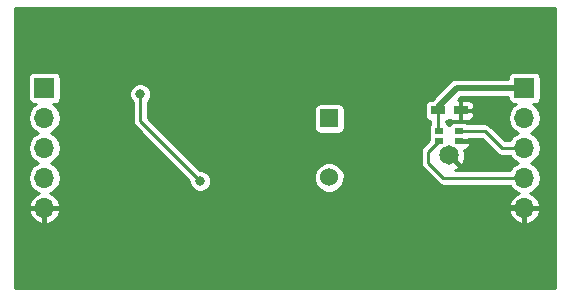
<source format=gbr>
%TF.GenerationSoftware,KiCad,Pcbnew,4.0.7*%
%TF.CreationDate,2017-10-08T11:45:17+09:00*%
%TF.ProjectId,TestBoard1,54657374426F617264312E6B69636164,rev?*%
%TF.FileFunction,Copper,L2,Bot,Signal*%
%FSLAX46Y46*%
G04 Gerber Fmt 4.6, Leading zero omitted, Abs format (unit mm)*
G04 Created by KiCad (PCBNEW 4.0.7) date 10/08/17 11:45:17*
%MOMM*%
%LPD*%
G01*
G04 APERTURE LIST*
%ADD10C,0.100000*%
%ADD11R,1.200000X0.750000*%
%ADD12R,1.700000X1.700000*%
%ADD13O,1.700000X1.700000*%
%ADD14C,1.650000*%
%ADD15R,0.700000X0.500000*%
%ADD16R,1.524000X1.524000*%
%ADD17C,1.524000*%
%ADD18C,0.800000*%
%ADD19C,0.500000*%
%ADD20C,0.250000*%
G04 APERTURE END LIST*
D10*
D11*
X36940000Y-9805000D03*
X38840000Y-9805000D03*
D12*
X3600000Y-7900000D03*
D13*
X3600000Y-10440000D03*
X3600000Y-12980000D03*
X3600000Y-15520000D03*
X3600000Y-18060000D03*
D12*
X44240000Y-7900000D03*
D13*
X44240000Y-10440000D03*
X44240000Y-12980000D03*
X44240000Y-15520000D03*
X44240000Y-18060000D03*
D14*
X37890000Y-13615000D03*
D15*
X38727500Y-11541000D03*
X38727500Y-12363000D03*
X37052500Y-11541000D03*
X37052500Y-12363000D03*
D16*
X27730000Y-10480000D03*
D17*
X27730000Y-15480000D03*
D18*
X16500000Y-11500000D03*
X11728000Y-5614000D03*
X41065000Y-9805000D03*
X11728000Y-8408000D03*
X16808000Y-15774000D03*
D19*
X16500000Y-11500000D02*
X16500000Y-10132000D01*
X44240000Y-18060000D02*
X23060000Y-18060000D01*
X23060000Y-18060000D02*
X16500000Y-11500000D01*
X11982000Y-5614000D02*
X11728000Y-5614000D01*
X16500000Y-10132000D02*
X11982000Y-5614000D01*
D20*
X41065000Y-9805000D02*
X38840000Y-9805000D01*
X38727500Y-12363000D02*
X39813000Y-12363000D01*
X39813000Y-12363000D02*
X40430000Y-12980000D01*
X36940000Y-9805000D02*
X36940000Y-11428500D01*
X36940000Y-11428500D02*
X37052500Y-11541000D01*
D19*
X36940000Y-9805000D02*
X36940000Y-9485000D01*
X36940000Y-9485000D02*
X38525000Y-7900000D01*
X38525000Y-7900000D02*
X44240000Y-7900000D01*
D20*
X38727500Y-11541000D02*
X40896000Y-11541000D01*
X42335000Y-12980000D02*
X44240000Y-12980000D01*
X40896000Y-11541000D02*
X42335000Y-12980000D01*
X11728000Y-10694000D02*
X11728000Y-8408000D01*
X16808000Y-15774000D02*
X11728000Y-10694000D01*
X44240000Y-15520000D02*
X37382000Y-15520000D01*
X36112000Y-13303500D02*
X37052500Y-12363000D01*
X36112000Y-14250000D02*
X36112000Y-13303500D01*
X37382000Y-15520000D02*
X36112000Y-14250000D01*
G36*
X46875000Y-24875000D02*
X1125000Y-24875000D01*
X1125000Y-18348854D01*
X2255683Y-18348854D01*
X2445169Y-18806328D01*
X2818683Y-19191452D01*
X3311145Y-19404323D01*
X3525000Y-19301709D01*
X3525000Y-18135000D01*
X3675000Y-18135000D01*
X3675000Y-19301709D01*
X3888855Y-19404323D01*
X4381317Y-19191452D01*
X4754831Y-18806328D01*
X4944317Y-18348854D01*
X42895683Y-18348854D01*
X43085169Y-18806328D01*
X43458683Y-19191452D01*
X43951145Y-19404323D01*
X44165000Y-19301709D01*
X44165000Y-18135000D01*
X44315000Y-18135000D01*
X44315000Y-19301709D01*
X44528855Y-19404323D01*
X45021317Y-19191452D01*
X45394831Y-18806328D01*
X45584317Y-18348854D01*
X45481487Y-18135000D01*
X44315000Y-18135000D01*
X44165000Y-18135000D01*
X42998513Y-18135000D01*
X42895683Y-18348854D01*
X4944317Y-18348854D01*
X4841487Y-18135000D01*
X3675000Y-18135000D01*
X3525000Y-18135000D01*
X2358513Y-18135000D01*
X2255683Y-18348854D01*
X1125000Y-18348854D01*
X1125000Y-10440000D01*
X2198062Y-10440000D01*
X2302728Y-10966190D01*
X2600790Y-11412272D01*
X3046372Y-11710000D01*
X2600790Y-12007728D01*
X2302728Y-12453810D01*
X2198062Y-12980000D01*
X2302728Y-13506190D01*
X2600790Y-13952272D01*
X3046372Y-14250000D01*
X2600790Y-14547728D01*
X2302728Y-14993810D01*
X2198062Y-15520000D01*
X2302728Y-16046190D01*
X2600790Y-16492272D01*
X3046872Y-16790334D01*
X3109577Y-16802807D01*
X2818683Y-16928548D01*
X2445169Y-17313672D01*
X2255683Y-17771146D01*
X2358513Y-17985000D01*
X3525000Y-17985000D01*
X3525000Y-17965000D01*
X3675000Y-17965000D01*
X3675000Y-17985000D01*
X4841487Y-17985000D01*
X4944317Y-17771146D01*
X4754831Y-17313672D01*
X4381317Y-16928548D01*
X4090423Y-16802807D01*
X4153128Y-16790334D01*
X4599210Y-16492272D01*
X4897272Y-16046190D01*
X5001938Y-15520000D01*
X4897272Y-14993810D01*
X4599210Y-14547728D01*
X4153628Y-14250000D01*
X4599210Y-13952272D01*
X4897272Y-13506190D01*
X5001938Y-12980000D01*
X4897272Y-12453810D01*
X4599210Y-12007728D01*
X4153628Y-11710000D01*
X4599210Y-11412272D01*
X4897272Y-10966190D01*
X5001938Y-10440000D01*
X4897272Y-9913810D01*
X4599210Y-9467728D01*
X4326164Y-9285285D01*
X4450000Y-9285285D01*
X4644553Y-9248677D01*
X4823239Y-9133696D01*
X4943112Y-8958256D01*
X4985285Y-8750000D01*
X4985285Y-8591187D01*
X10802840Y-8591187D01*
X10943366Y-8931286D01*
X11078000Y-9066156D01*
X11078000Y-10694000D01*
X11097558Y-10792323D01*
X11127478Y-10942745D01*
X11268381Y-11153619D01*
X15883005Y-15768243D01*
X15882840Y-15957187D01*
X16023366Y-16297286D01*
X16283345Y-16557720D01*
X16623199Y-16698839D01*
X16991187Y-16699160D01*
X17331286Y-16558634D01*
X17591720Y-16298655D01*
X17732839Y-15958801D01*
X17733034Y-15734877D01*
X26442777Y-15734877D01*
X26638298Y-16208075D01*
X27000021Y-16570429D01*
X27472877Y-16766776D01*
X27984877Y-16767223D01*
X28458075Y-16571702D01*
X28820429Y-16209979D01*
X29016776Y-15737123D01*
X29017223Y-15225123D01*
X28821702Y-14751925D01*
X28459979Y-14389571D01*
X27987123Y-14193224D01*
X27475123Y-14192777D01*
X27001925Y-14388298D01*
X26639571Y-14750021D01*
X26443224Y-15222877D01*
X26442777Y-15734877D01*
X17733034Y-15734877D01*
X17733160Y-15590813D01*
X17592634Y-15250714D01*
X17332655Y-14990280D01*
X16992801Y-14849161D01*
X16802233Y-14848995D01*
X15256738Y-13303500D01*
X35462000Y-13303500D01*
X35462000Y-14250000D01*
X35503269Y-14457476D01*
X35511478Y-14498745D01*
X35652381Y-14709619D01*
X36922380Y-15979619D01*
X37133255Y-16120522D01*
X37174524Y-16128731D01*
X37382000Y-16170000D01*
X43025455Y-16170000D01*
X43240790Y-16492272D01*
X43686872Y-16790334D01*
X43749577Y-16802807D01*
X43458683Y-16928548D01*
X43085169Y-17313672D01*
X42895683Y-17771146D01*
X42998513Y-17985000D01*
X44165000Y-17985000D01*
X44165000Y-17965000D01*
X44315000Y-17965000D01*
X44315000Y-17985000D01*
X45481487Y-17985000D01*
X45584317Y-17771146D01*
X45394831Y-17313672D01*
X45021317Y-16928548D01*
X44730423Y-16802807D01*
X44793128Y-16790334D01*
X45239210Y-16492272D01*
X45537272Y-16046190D01*
X45641938Y-15520000D01*
X45537272Y-14993810D01*
X45239210Y-14547728D01*
X44793628Y-14250000D01*
X45239210Y-13952272D01*
X45537272Y-13506190D01*
X45641938Y-12980000D01*
X45537272Y-12453810D01*
X45239210Y-12007728D01*
X44793628Y-11710000D01*
X45239210Y-11412272D01*
X45537272Y-10966190D01*
X45641938Y-10440000D01*
X45537272Y-9913810D01*
X45239210Y-9467728D01*
X44966164Y-9285285D01*
X45090000Y-9285285D01*
X45284553Y-9248677D01*
X45463239Y-9133696D01*
X45583112Y-8958256D01*
X45625285Y-8750000D01*
X45625285Y-7050000D01*
X45588677Y-6855447D01*
X45473696Y-6676761D01*
X45298256Y-6556888D01*
X45090000Y-6514715D01*
X43390000Y-6514715D01*
X43195447Y-6551323D01*
X43016761Y-6666304D01*
X42896888Y-6841744D01*
X42854715Y-7050000D01*
X42854715Y-7125000D01*
X38525000Y-7125000D01*
X38228420Y-7183993D01*
X37976992Y-7351992D01*
X37976990Y-7351995D01*
X36434269Y-8894715D01*
X36340000Y-8894715D01*
X36145447Y-8931323D01*
X35966761Y-9046304D01*
X35846888Y-9221744D01*
X35804715Y-9430000D01*
X35804715Y-10180000D01*
X35841323Y-10374553D01*
X35956304Y-10553239D01*
X36131744Y-10673112D01*
X36290000Y-10705160D01*
X36290000Y-10964764D01*
X36209388Y-11082744D01*
X36167215Y-11291000D01*
X36167215Y-11791000D01*
X36198622Y-11957910D01*
X36167215Y-12113000D01*
X36167215Y-12329046D01*
X35652381Y-12843881D01*
X35511478Y-13054755D01*
X35511478Y-13054756D01*
X35462000Y-13303500D01*
X15256738Y-13303500D01*
X12378000Y-10424762D01*
X12378000Y-9718000D01*
X26432715Y-9718000D01*
X26432715Y-11242000D01*
X26469323Y-11436553D01*
X26584304Y-11615239D01*
X26759744Y-11735112D01*
X26968000Y-11777285D01*
X28492000Y-11777285D01*
X28686553Y-11740677D01*
X28865239Y-11625696D01*
X28985112Y-11450256D01*
X29027285Y-11242000D01*
X29027285Y-9718000D01*
X28990677Y-9523447D01*
X28875696Y-9344761D01*
X28700256Y-9224888D01*
X28492000Y-9182715D01*
X26968000Y-9182715D01*
X26773447Y-9219323D01*
X26594761Y-9334304D01*
X26474888Y-9509744D01*
X26432715Y-9718000D01*
X12378000Y-9718000D01*
X12378000Y-9066141D01*
X12511720Y-8932655D01*
X12652839Y-8592801D01*
X12653160Y-8224813D01*
X12512634Y-7884714D01*
X12252655Y-7624280D01*
X11912801Y-7483161D01*
X11544813Y-7482840D01*
X11204714Y-7623366D01*
X10944280Y-7883345D01*
X10803161Y-8223199D01*
X10802840Y-8591187D01*
X4985285Y-8591187D01*
X4985285Y-7050000D01*
X4948677Y-6855447D01*
X4833696Y-6676761D01*
X4658256Y-6556888D01*
X4450000Y-6514715D01*
X2750000Y-6514715D01*
X2555447Y-6551323D01*
X2376761Y-6666304D01*
X2256888Y-6841744D01*
X2214715Y-7050000D01*
X2214715Y-8750000D01*
X2251323Y-8944553D01*
X2366304Y-9123239D01*
X2541744Y-9243112D01*
X2750000Y-9285285D01*
X2873836Y-9285285D01*
X2600790Y-9467728D01*
X2302728Y-9913810D01*
X2198062Y-10440000D01*
X1125000Y-10440000D01*
X1125000Y-1125000D01*
X46875000Y-1125000D01*
X46875000Y-24875000D01*
X46875000Y-24875000D01*
G37*
X46875000Y-24875000D02*
X1125000Y-24875000D01*
X1125000Y-18348854D01*
X2255683Y-18348854D01*
X2445169Y-18806328D01*
X2818683Y-19191452D01*
X3311145Y-19404323D01*
X3525000Y-19301709D01*
X3525000Y-18135000D01*
X3675000Y-18135000D01*
X3675000Y-19301709D01*
X3888855Y-19404323D01*
X4381317Y-19191452D01*
X4754831Y-18806328D01*
X4944317Y-18348854D01*
X42895683Y-18348854D01*
X43085169Y-18806328D01*
X43458683Y-19191452D01*
X43951145Y-19404323D01*
X44165000Y-19301709D01*
X44165000Y-18135000D01*
X44315000Y-18135000D01*
X44315000Y-19301709D01*
X44528855Y-19404323D01*
X45021317Y-19191452D01*
X45394831Y-18806328D01*
X45584317Y-18348854D01*
X45481487Y-18135000D01*
X44315000Y-18135000D01*
X44165000Y-18135000D01*
X42998513Y-18135000D01*
X42895683Y-18348854D01*
X4944317Y-18348854D01*
X4841487Y-18135000D01*
X3675000Y-18135000D01*
X3525000Y-18135000D01*
X2358513Y-18135000D01*
X2255683Y-18348854D01*
X1125000Y-18348854D01*
X1125000Y-10440000D01*
X2198062Y-10440000D01*
X2302728Y-10966190D01*
X2600790Y-11412272D01*
X3046372Y-11710000D01*
X2600790Y-12007728D01*
X2302728Y-12453810D01*
X2198062Y-12980000D01*
X2302728Y-13506190D01*
X2600790Y-13952272D01*
X3046372Y-14250000D01*
X2600790Y-14547728D01*
X2302728Y-14993810D01*
X2198062Y-15520000D01*
X2302728Y-16046190D01*
X2600790Y-16492272D01*
X3046872Y-16790334D01*
X3109577Y-16802807D01*
X2818683Y-16928548D01*
X2445169Y-17313672D01*
X2255683Y-17771146D01*
X2358513Y-17985000D01*
X3525000Y-17985000D01*
X3525000Y-17965000D01*
X3675000Y-17965000D01*
X3675000Y-17985000D01*
X4841487Y-17985000D01*
X4944317Y-17771146D01*
X4754831Y-17313672D01*
X4381317Y-16928548D01*
X4090423Y-16802807D01*
X4153128Y-16790334D01*
X4599210Y-16492272D01*
X4897272Y-16046190D01*
X5001938Y-15520000D01*
X4897272Y-14993810D01*
X4599210Y-14547728D01*
X4153628Y-14250000D01*
X4599210Y-13952272D01*
X4897272Y-13506190D01*
X5001938Y-12980000D01*
X4897272Y-12453810D01*
X4599210Y-12007728D01*
X4153628Y-11710000D01*
X4599210Y-11412272D01*
X4897272Y-10966190D01*
X5001938Y-10440000D01*
X4897272Y-9913810D01*
X4599210Y-9467728D01*
X4326164Y-9285285D01*
X4450000Y-9285285D01*
X4644553Y-9248677D01*
X4823239Y-9133696D01*
X4943112Y-8958256D01*
X4985285Y-8750000D01*
X4985285Y-8591187D01*
X10802840Y-8591187D01*
X10943366Y-8931286D01*
X11078000Y-9066156D01*
X11078000Y-10694000D01*
X11097558Y-10792323D01*
X11127478Y-10942745D01*
X11268381Y-11153619D01*
X15883005Y-15768243D01*
X15882840Y-15957187D01*
X16023366Y-16297286D01*
X16283345Y-16557720D01*
X16623199Y-16698839D01*
X16991187Y-16699160D01*
X17331286Y-16558634D01*
X17591720Y-16298655D01*
X17732839Y-15958801D01*
X17733034Y-15734877D01*
X26442777Y-15734877D01*
X26638298Y-16208075D01*
X27000021Y-16570429D01*
X27472877Y-16766776D01*
X27984877Y-16767223D01*
X28458075Y-16571702D01*
X28820429Y-16209979D01*
X29016776Y-15737123D01*
X29017223Y-15225123D01*
X28821702Y-14751925D01*
X28459979Y-14389571D01*
X27987123Y-14193224D01*
X27475123Y-14192777D01*
X27001925Y-14388298D01*
X26639571Y-14750021D01*
X26443224Y-15222877D01*
X26442777Y-15734877D01*
X17733034Y-15734877D01*
X17733160Y-15590813D01*
X17592634Y-15250714D01*
X17332655Y-14990280D01*
X16992801Y-14849161D01*
X16802233Y-14848995D01*
X15256738Y-13303500D01*
X35462000Y-13303500D01*
X35462000Y-14250000D01*
X35503269Y-14457476D01*
X35511478Y-14498745D01*
X35652381Y-14709619D01*
X36922380Y-15979619D01*
X37133255Y-16120522D01*
X37174524Y-16128731D01*
X37382000Y-16170000D01*
X43025455Y-16170000D01*
X43240790Y-16492272D01*
X43686872Y-16790334D01*
X43749577Y-16802807D01*
X43458683Y-16928548D01*
X43085169Y-17313672D01*
X42895683Y-17771146D01*
X42998513Y-17985000D01*
X44165000Y-17985000D01*
X44165000Y-17965000D01*
X44315000Y-17965000D01*
X44315000Y-17985000D01*
X45481487Y-17985000D01*
X45584317Y-17771146D01*
X45394831Y-17313672D01*
X45021317Y-16928548D01*
X44730423Y-16802807D01*
X44793128Y-16790334D01*
X45239210Y-16492272D01*
X45537272Y-16046190D01*
X45641938Y-15520000D01*
X45537272Y-14993810D01*
X45239210Y-14547728D01*
X44793628Y-14250000D01*
X45239210Y-13952272D01*
X45537272Y-13506190D01*
X45641938Y-12980000D01*
X45537272Y-12453810D01*
X45239210Y-12007728D01*
X44793628Y-11710000D01*
X45239210Y-11412272D01*
X45537272Y-10966190D01*
X45641938Y-10440000D01*
X45537272Y-9913810D01*
X45239210Y-9467728D01*
X44966164Y-9285285D01*
X45090000Y-9285285D01*
X45284553Y-9248677D01*
X45463239Y-9133696D01*
X45583112Y-8958256D01*
X45625285Y-8750000D01*
X45625285Y-7050000D01*
X45588677Y-6855447D01*
X45473696Y-6676761D01*
X45298256Y-6556888D01*
X45090000Y-6514715D01*
X43390000Y-6514715D01*
X43195447Y-6551323D01*
X43016761Y-6666304D01*
X42896888Y-6841744D01*
X42854715Y-7050000D01*
X42854715Y-7125000D01*
X38525000Y-7125000D01*
X38228420Y-7183993D01*
X37976992Y-7351992D01*
X37976990Y-7351995D01*
X36434269Y-8894715D01*
X36340000Y-8894715D01*
X36145447Y-8931323D01*
X35966761Y-9046304D01*
X35846888Y-9221744D01*
X35804715Y-9430000D01*
X35804715Y-10180000D01*
X35841323Y-10374553D01*
X35956304Y-10553239D01*
X36131744Y-10673112D01*
X36290000Y-10705160D01*
X36290000Y-10964764D01*
X36209388Y-11082744D01*
X36167215Y-11291000D01*
X36167215Y-11791000D01*
X36198622Y-11957910D01*
X36167215Y-12113000D01*
X36167215Y-12329046D01*
X35652381Y-12843881D01*
X35511478Y-13054755D01*
X35511478Y-13054756D01*
X35462000Y-13303500D01*
X15256738Y-13303500D01*
X12378000Y-10424762D01*
X12378000Y-9718000D01*
X26432715Y-9718000D01*
X26432715Y-11242000D01*
X26469323Y-11436553D01*
X26584304Y-11615239D01*
X26759744Y-11735112D01*
X26968000Y-11777285D01*
X28492000Y-11777285D01*
X28686553Y-11740677D01*
X28865239Y-11625696D01*
X28985112Y-11450256D01*
X29027285Y-11242000D01*
X29027285Y-9718000D01*
X28990677Y-9523447D01*
X28875696Y-9344761D01*
X28700256Y-9224888D01*
X28492000Y-9182715D01*
X26968000Y-9182715D01*
X26773447Y-9219323D01*
X26594761Y-9334304D01*
X26474888Y-9509744D01*
X26432715Y-9718000D01*
X12378000Y-9718000D01*
X12378000Y-9066141D01*
X12511720Y-8932655D01*
X12652839Y-8592801D01*
X12653160Y-8224813D01*
X12512634Y-7884714D01*
X12252655Y-7624280D01*
X11912801Y-7483161D01*
X11544813Y-7482840D01*
X11204714Y-7623366D01*
X10944280Y-7883345D01*
X10803161Y-8223199D01*
X10802840Y-8591187D01*
X4985285Y-8591187D01*
X4985285Y-7050000D01*
X4948677Y-6855447D01*
X4833696Y-6676761D01*
X4658256Y-6556888D01*
X4450000Y-6514715D01*
X2750000Y-6514715D01*
X2555447Y-6551323D01*
X2376761Y-6666304D01*
X2256888Y-6841744D01*
X2214715Y-7050000D01*
X2214715Y-8750000D01*
X2251323Y-8944553D01*
X2366304Y-9123239D01*
X2541744Y-9243112D01*
X2750000Y-9285285D01*
X2873836Y-9285285D01*
X2600790Y-9467728D01*
X2302728Y-9913810D01*
X2198062Y-10440000D01*
X1125000Y-10440000D01*
X1125000Y-1125000D01*
X46875000Y-1125000D01*
X46875000Y-24875000D01*
G36*
X41875380Y-13439619D02*
X42086255Y-13580522D01*
X42127524Y-13588731D01*
X42335000Y-13630000D01*
X43025455Y-13630000D01*
X43240790Y-13952272D01*
X43686372Y-14250000D01*
X43240790Y-14547728D01*
X43025455Y-14870000D01*
X38398168Y-14870000D01*
X38637177Y-14770999D01*
X38715856Y-14546922D01*
X37890000Y-13721066D01*
X37875858Y-13735209D01*
X37769792Y-13629143D01*
X37783934Y-13615000D01*
X37769792Y-13600858D01*
X37875858Y-13494792D01*
X37890000Y-13508934D01*
X37904143Y-13494792D01*
X38010209Y-13600858D01*
X37996066Y-13615000D01*
X38821922Y-14440856D01*
X39045999Y-14362177D01*
X39243936Y-13862919D01*
X39235749Y-13325919D01*
X39157910Y-13138000D01*
X39181929Y-13138000D01*
X39374889Y-13058074D01*
X39522574Y-12910389D01*
X39602500Y-12717429D01*
X39602500Y-12569250D01*
X39471250Y-12438000D01*
X38802500Y-12438000D01*
X38802500Y-12458000D01*
X38652500Y-12458000D01*
X38652500Y-12438000D01*
X38632500Y-12438000D01*
X38632500Y-12326285D01*
X39077500Y-12326285D01*
X39272053Y-12289677D01*
X39274659Y-12288000D01*
X39471250Y-12288000D01*
X39568250Y-12191000D01*
X40626762Y-12191000D01*
X41875380Y-13439619D01*
X41875380Y-13439619D01*
G37*
X41875380Y-13439619D02*
X42086255Y-13580522D01*
X42127524Y-13588731D01*
X42335000Y-13630000D01*
X43025455Y-13630000D01*
X43240790Y-13952272D01*
X43686372Y-14250000D01*
X43240790Y-14547728D01*
X43025455Y-14870000D01*
X38398168Y-14870000D01*
X38637177Y-14770999D01*
X38715856Y-14546922D01*
X37890000Y-13721066D01*
X37875858Y-13735209D01*
X37769792Y-13629143D01*
X37783934Y-13615000D01*
X37769792Y-13600858D01*
X37875858Y-13494792D01*
X37890000Y-13508934D01*
X37904143Y-13494792D01*
X38010209Y-13600858D01*
X37996066Y-13615000D01*
X38821922Y-14440856D01*
X39045999Y-14362177D01*
X39243936Y-13862919D01*
X39235749Y-13325919D01*
X39157910Y-13138000D01*
X39181929Y-13138000D01*
X39374889Y-13058074D01*
X39522574Y-12910389D01*
X39602500Y-12717429D01*
X39602500Y-12569250D01*
X39471250Y-12438000D01*
X38802500Y-12438000D01*
X38802500Y-12458000D01*
X38652500Y-12458000D01*
X38652500Y-12438000D01*
X38632500Y-12438000D01*
X38632500Y-12326285D01*
X39077500Y-12326285D01*
X39272053Y-12289677D01*
X39274659Y-12288000D01*
X39471250Y-12288000D01*
X39568250Y-12191000D01*
X40626762Y-12191000D01*
X41875380Y-13439619D01*
G36*
X42854715Y-8750000D02*
X42891323Y-8944553D01*
X43006304Y-9123239D01*
X43181744Y-9243112D01*
X43390000Y-9285285D01*
X43513836Y-9285285D01*
X43240790Y-9467728D01*
X42942728Y-9913810D01*
X42838062Y-10440000D01*
X42942728Y-10966190D01*
X43240790Y-11412272D01*
X43686372Y-11710000D01*
X43240790Y-12007728D01*
X43025455Y-12330000D01*
X42604239Y-12330000D01*
X41355619Y-11081381D01*
X41144745Y-10940478D01*
X41103476Y-10932269D01*
X40896000Y-10891000D01*
X39422030Y-10891000D01*
X39285756Y-10797888D01*
X39077500Y-10755715D01*
X38377500Y-10755715D01*
X38182947Y-10792323D01*
X38004261Y-10907304D01*
X37888493Y-11076736D01*
X37786196Y-10917761D01*
X37610756Y-10797888D01*
X37590000Y-10793685D01*
X37590000Y-10705877D01*
X37734553Y-10678677D01*
X37893764Y-10576227D01*
X37942611Y-10625074D01*
X38135571Y-10705000D01*
X38633750Y-10705000D01*
X38765000Y-10573750D01*
X38765000Y-9880000D01*
X38915000Y-9880000D01*
X38915000Y-10573750D01*
X39046250Y-10705000D01*
X39544429Y-10705000D01*
X39737389Y-10625074D01*
X39885074Y-10477389D01*
X39965000Y-10284429D01*
X39965000Y-10011250D01*
X39833750Y-9880000D01*
X38915000Y-9880000D01*
X38765000Y-9880000D01*
X38745000Y-9880000D01*
X38745000Y-9730000D01*
X38765000Y-9730000D01*
X38765000Y-9036250D01*
X38915000Y-9036250D01*
X38915000Y-9730000D01*
X39833750Y-9730000D01*
X39965000Y-9598750D01*
X39965000Y-9325571D01*
X39885074Y-9132611D01*
X39737389Y-8984926D01*
X39544429Y-8905000D01*
X39046250Y-8905000D01*
X38915000Y-9036250D01*
X38765000Y-9036250D01*
X38633750Y-8905000D01*
X38616015Y-8905000D01*
X38846015Y-8675000D01*
X42854715Y-8675000D01*
X42854715Y-8750000D01*
X42854715Y-8750000D01*
G37*
X42854715Y-8750000D02*
X42891323Y-8944553D01*
X43006304Y-9123239D01*
X43181744Y-9243112D01*
X43390000Y-9285285D01*
X43513836Y-9285285D01*
X43240790Y-9467728D01*
X42942728Y-9913810D01*
X42838062Y-10440000D01*
X42942728Y-10966190D01*
X43240790Y-11412272D01*
X43686372Y-11710000D01*
X43240790Y-12007728D01*
X43025455Y-12330000D01*
X42604239Y-12330000D01*
X41355619Y-11081381D01*
X41144745Y-10940478D01*
X41103476Y-10932269D01*
X40896000Y-10891000D01*
X39422030Y-10891000D01*
X39285756Y-10797888D01*
X39077500Y-10755715D01*
X38377500Y-10755715D01*
X38182947Y-10792323D01*
X38004261Y-10907304D01*
X37888493Y-11076736D01*
X37786196Y-10917761D01*
X37610756Y-10797888D01*
X37590000Y-10793685D01*
X37590000Y-10705877D01*
X37734553Y-10678677D01*
X37893764Y-10576227D01*
X37942611Y-10625074D01*
X38135571Y-10705000D01*
X38633750Y-10705000D01*
X38765000Y-10573750D01*
X38765000Y-9880000D01*
X38915000Y-9880000D01*
X38915000Y-10573750D01*
X39046250Y-10705000D01*
X39544429Y-10705000D01*
X39737389Y-10625074D01*
X39885074Y-10477389D01*
X39965000Y-10284429D01*
X39965000Y-10011250D01*
X39833750Y-9880000D01*
X38915000Y-9880000D01*
X38765000Y-9880000D01*
X38745000Y-9880000D01*
X38745000Y-9730000D01*
X38765000Y-9730000D01*
X38765000Y-9036250D01*
X38915000Y-9036250D01*
X38915000Y-9730000D01*
X39833750Y-9730000D01*
X39965000Y-9598750D01*
X39965000Y-9325571D01*
X39885074Y-9132611D01*
X39737389Y-8984926D01*
X39544429Y-8905000D01*
X39046250Y-8905000D01*
X38915000Y-9036250D01*
X38765000Y-9036250D01*
X38633750Y-8905000D01*
X38616015Y-8905000D01*
X38846015Y-8675000D01*
X42854715Y-8675000D01*
X42854715Y-8750000D01*
M02*

</source>
